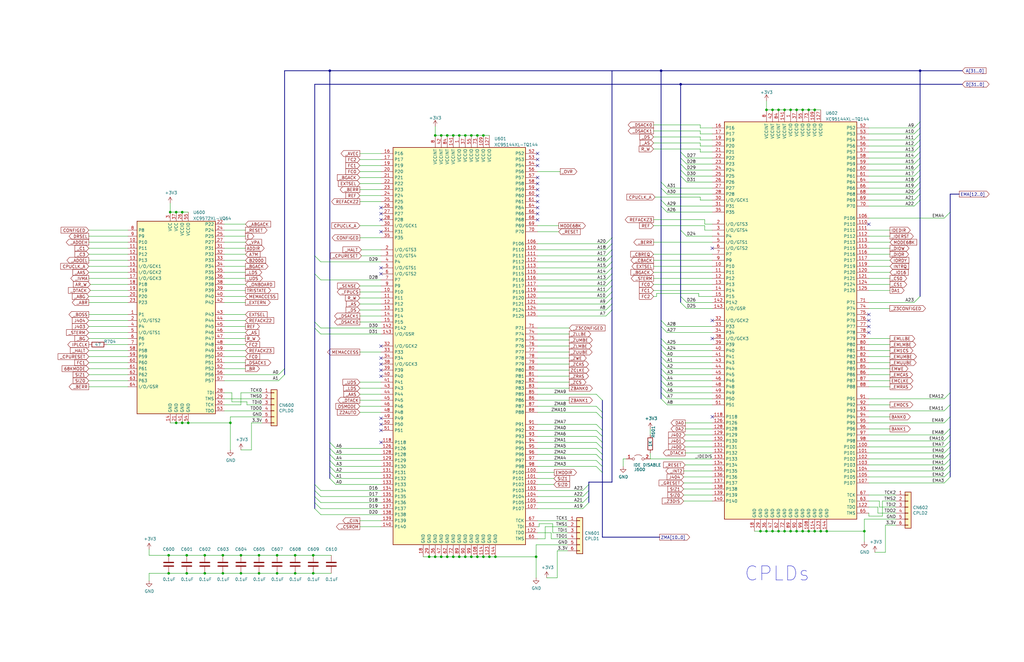
<source format=kicad_sch>
(kicad_sch (version 20211123) (generator eeschema)
  (paper "B")
  (title_block (title "Amiga N2630") (date "2022-05-31") (rev "2.0 QFP"))
  (junction (at 93.98 234.315))
  (junction (at 124.46 234.315))
  (junction (at 364.49 224.155))
  (junction (at 335.915 224.155))
  (junction (at 71.755 89.535))
  (junction (at 226.06 234.95))
  (junction (at 74.295 178.435))
  (junction (at 74.295 89.535))
  (junction (at 109.22 234.315))
  (junction (at 71.12 234.315))
  (junction (at 206.375 234.95))
  (junction (at 132.08 234.315))
  (junction (at 208.915 234.95))
  (junction (at 203.835 57.15))
  (junction (at 139.065 29.845))
  (junction (at 109.22 241.935))
  (junction (at 132.08 241.935))
  (junction (at 191.135 57.15))
  (junction (at 193.675 57.15))
  (junction (at 86.36 234.315))
  (junction (at 196.215 57.15))
  (junction (at 325.755 224.155))
  (junction (at 183.515 57.15))
  (junction (at 191.135 234.95))
  (junction (at 76.835 178.435))
  (junction (at 343.535 46.355))
  (junction (at 330.835 224.155))
  (junction (at 387.985 29.845))
  (junction (at 116.84 234.315))
  (junction (at 188.595 57.15))
  (junction (at 97.155 178.435))
  (junction (at 201.295 57.15))
  (junction (at 180.975 234.95))
  (junction (at 340.995 46.355))
  (junction (at 287.02 35.56))
  (junction (at 78.74 234.315))
  (junction (at 76.835 89.535))
  (junction (at 78.74 241.935))
  (junction (at 124.46 241.935))
  (junction (at 278.765 29.845))
  (junction (at 333.375 224.155))
  (junction (at 101.6 234.315))
  (junction (at 340.995 224.155))
  (junction (at 323.215 46.355))
  (junction (at 325.755 46.355))
  (junction (at 338.455 46.355))
  (junction (at 346.075 224.155))
  (junction (at 186.055 234.95))
  (junction (at 198.755 57.15))
  (junction (at 79.375 178.435))
  (junction (at 196.215 234.95))
  (junction (at 186.055 57.15))
  (junction (at 93.98 241.935))
  (junction (at 328.295 46.355))
  (junction (at 101.6 241.935))
  (junction (at 323.215 224.155))
  (junction (at 328.295 224.155))
  (junction (at 343.535 224.155))
  (junction (at 330.835 46.355))
  (junction (at 116.84 241.935))
  (junction (at 335.915 46.355))
  (junction (at 320.675 224.155))
  (junction (at 338.455 224.155))
  (junction (at 183.515 234.95))
  (junction (at 71.12 241.935))
  (junction (at 86.36 241.935))
  (junction (at 333.375 46.355))
  (junction (at 193.675 234.95))
  (junction (at 203.835 234.95))
  (junction (at 188.595 234.95))
  (junction (at 201.295 234.95))
  (junction (at 348.615 224.155))
  (junction (at 198.755 234.95))
  (no_connect (at 300.355 142.875))
  (no_connect (at 300.355 135.255))
  (no_connect (at 160.655 186.69))
  (no_connect (at 226.695 85.09))
  (no_connect (at 226.695 90.17))
  (no_connect (at 226.695 87.63))
  (no_connect (at 226.695 92.71))
  (no_connect (at 226.695 82.55))
  (no_connect (at 226.695 80.01))
  (no_connect (at 226.695 77.47))
  (no_connect (at 226.695 74.93))
  (no_connect (at 226.695 67.31))
  (no_connect (at 226.695 64.77))
  (no_connect (at 226.695 69.85))
  (no_connect (at 300.355 104.775))
  (no_connect (at 160.655 97.79))
  (no_connect (at 160.655 92.71))
  (no_connect (at 160.655 90.17))
  (no_connect (at 160.655 87.63))
  (no_connect (at 160.655 113.03))
  (no_connect (at 160.655 115.57))
  (no_connect (at 300.355 175.895))
  (no_connect (at 366.395 94.615))
  (no_connect (at 160.655 153.67))
  (no_connect (at 160.655 146.05))
  (no_connect (at 366.395 140.335))
  (no_connect (at 366.395 137.795))
  (no_connect (at 366.395 135.255))
  (no_connect (at 160.655 151.13))
  (no_connect (at 160.655 156.21))
  (no_connect (at 160.655 158.75))
  (no_connect (at 160.655 179.07))
  (no_connect (at 160.655 176.53))
  (no_connect (at 160.655 181.61))
  (no_connect (at 366.395 132.715))
  (bus_entry (at 281.305 137.795) (size -2.54 -2.54))
  (bus_entry (at 398.145 186.055) (size 2.54 -2.54))
  (bus_entry (at 398.018 183.515) (size 2.54 -2.54))
  (bus_entry (at 398.145 188.595) (size 2.54 -2.54))
  (bus_entry (at 398.145 173.355) (size 2.54 -2.54))
  (bus_entry (at 398.145 178.435) (size 2.54 -2.54))
  (bus_entry (at 255.524 107.95) (size 2.54 -2.54))
  (bus_entry (at 385.445 74.295) (size 2.54 -2.54))
  (bus_entry (at 385.445 61.595) (size 2.54 -2.54))
  (bus_entry (at 255.524 133.35) (size 2.54 -2.54))
  (bus_entry (at 385.445 53.975) (size 2.54 -2.54))
  (bus_entry (at 281.305 89.535) (size -2.54 -2.54))
  (bus_entry (at 281.305 79.375) (size -2.54 -2.54))
  (bus_entry (at 385.445 127.635) (size 2.54 -2.54))
  (bus_entry (at 385.445 79.375) (size 2.54 -2.54))
  (bus_entry (at 135.255 209.55) (size -2.54 -2.54))
  (bus_entry (at 289.56 71.755) (size -2.54 -2.54))
  (bus_entry (at 281.305 165.735) (size -2.54 -2.54))
  (bus_entry (at 398.145 201.295) (size 2.54 -2.54))
  (bus_entry (at 398.145 193.675) (size 2.54 -2.54))
  (bus_entry (at 398.145 203.835) (size 2.54 -2.54))
  (bus_entry (at 398.145 92.075) (size 2.54 -2.54))
  (bus_entry (at 398.018 198.755) (size 2.54 -2.54))
  (bus_entry (at 398.145 196.215) (size 2.54 -2.54))
  (bus_entry (at 398.145 191.135) (size 2.54 -2.54))
  (bus_entry (at 135.255 207.01) (size -2.54 -2.54))
  (bus_entry (at 281.305 163.195) (size -2.54 -2.54))
  (bus_entry (at 281.305 150.495) (size -2.54 -2.54))
  (bus_entry (at 281.305 145.415) (size -2.54 -2.54))
  (bus_entry (at 141.605 204.47) (size -2.54 -2.54))
  (bus_entry (at 141.605 196.85) (size -2.54 -2.54))
  (bus_entry (at 141.605 194.31) (size -2.54 -2.54))
  (bus_entry (at 141.605 199.39) (size -2.54 -2.54))
  (bus_entry (at 141.605 201.93) (size -2.54 -2.54))
  (bus_entry (at 141.605 189.23) (size -2.54 -2.54))
  (bus_entry (at 141.605 191.77) (size -2.54 -2.54))
  (bus_entry (at 255.524 118.11) (size 2.54 -2.54))
  (bus_entry (at 255.524 128.27) (size 2.54 -2.54))
  (bus_entry (at 255.524 120.65) (size 2.54 -2.54))
  (bus_entry (at 255.524 123.19) (size 2.54 -2.54))
  (bus_entry (at 255.524 125.73) (size 2.54 -2.54))
  (bus_entry (at 255.524 130.81) (size 2.54 -2.54))
  (bus_entry (at 245.745 207.01) (size 2.54 -2.54))
  (bus_entry (at 245.745 214.63) (size 2.54 -2.54))
  (bus_entry (at 245.745 212.09) (size 2.54 -2.54))
  (bus_entry (at 255.524 115.57) (size 2.54 -2.54))
  (bus_entry (at 255.524 113.03) (size 2.54 -2.54))
  (bus_entry (at 245.745 209.55) (size 2.54 -2.54))
  (bus_entry (at 385.445 84.455) (size 2.54 -2.54))
  (bus_entry (at 289.56 130.175) (size -2.54 -2.54))
  (bus_entry (at 385.445 69.215) (size 2.54 -2.54))
  (bus_entry (at 255.524 110.49) (size 2.54 -2.54))
  (bus_entry (at 385.445 81.915) (size 2.54 -2.54))
  (bus_entry (at 385.445 59.055) (size 2.54 -2.54))
  (bus_entry (at 281.305 170.815) (size -2.54 -2.54))
  (bus_entry (at 289.56 127.635) (size -2.54 -2.54))
  (bus_entry (at 385.445 56.515) (size 2.54 -2.54))
  (bus_entry (at 281.305 155.575) (size -2.54 -2.54))
  (bus_entry (at 135.255 217.17) (size -2.54 -2.54))
  (bus_entry (at 289.56 74.295) (size -2.54 -2.54))
  (bus_entry (at 281.305 168.275) (size -2.54 -2.54))
  (bus_entry (at 281.305 160.655) (size -2.54 -2.54))
  (bus_entry (at 289.56 99.695) (size -2.54 -2.54))
  (bus_entry (at 117.475 158.115) (size 2.54 -2.54))
  (bus_entry (at 255.524 102.87) (size 2.54 -2.54))
  (bus_entry (at 385.445 71.755) (size 2.54 -2.54))
  (bus_entry (at 281.305 158.115) (size -2.54 -2.54))
  (bus_entry (at 398.145 168.275) (size 2.54 -2.54))
  (bus_entry (at 289.56 66.675) (size -2.54 -2.54))
  (bus_entry (at 281.305 147.955) (size -2.54 -2.54))
  (bus_entry (at 385.445 64.135) (size 2.54 -2.54))
  (bus_entry (at 281.305 140.335) (size -2.54 -2.54))
  (bus_entry (at 385.445 86.995) (size 2.54 -2.54))
  (bus_entry (at 289.56 76.835) (size -2.54 -2.54))
  (bus_entry (at 385.445 66.675) (size 2.54 -2.54))
  (bus_entry (at 385.445 76.835) (size 2.54 -2.54))
  (bus_entry (at 255.524 105.41) (size 2.54 -2.54))
  (bus_entry (at 281.305 153.035) (size -2.54 -2.54))
  (bus_entry (at 135.255 212.09) (size -2.54 -2.54))
  (bus_entry (at 289.56 69.215) (size -2.54 -2.54))
  (bus_entry (at 251.46 171.45) (size 2.54 2.54))
  (bus_entry (at 251.46 166.37) (size 2.54 2.54))
  (bus_entry (at 251.46 179.07) (size 2.54 2.54))
  (bus_entry (at 251.46 173.99) (size 2.54 2.54))
  (bus_entry (at 251.46 191.77) (size 2.54 2.54))
  (bus_entry (at 251.46 194.31) (size 2.54 2.54))
  (bus_entry (at 251.46 196.85) (size 2.54 2.54))
  (bus_entry (at 251.46 184.15) (size 2.54 2.54))
  (bus_entry (at 251.46 189.23) (size 2.54 2.54))
  (bus_entry (at 251.46 181.61) (size 2.54 2.54))
  (bus_entry (at 251.46 186.69) (size 2.54 2.54))
  (bus_entry (at 117.475 160.655) (size 2.54 -2.54))
  (bus_entry (at 281.305 86.995) (size -2.54 -2.54))
  (bus_entry (at 281.305 81.915) (size -2.54 -2.54))
  (bus_entry (at 135.255 110.49) (size -2.54 -2.54))
  (bus_entry (at 135.255 118.11) (size -2.54 -2.54))
  (bus_entry (at 135.255 140.97) (size -2.54 -2.54))
  (bus_entry (at 135.255 138.43) (size -2.54 -2.54))
  (bus_entry (at 135.255 214.63) (size -2.54 -2.54))
  (bus (pts (xy 278.765 79.375) (xy 278.765 84.455)))
  (wire (pts (xy 53.975 112.395) (xy 37.465 112.395)))
  (wire (pts (xy 160.655 166.37) (xy 151.765 166.37)))
  (wire (pts (xy 366.395 173.355) (xy 398.145 173.355)))
  (wire (pts (xy 276.225 83.185) (xy 295.275 83.185)))
  (wire (pts (xy 183.515 234.95) (xy 186.055 234.95)))
  (wire (pts (xy 226.06 243.84) (xy 226.06 234.95)))
  (wire (pts (xy 226.06 234.95) (xy 226.06 229.87)))
  (bus (pts (xy 258.064 120.65) (xy 258.064 118.11)))
  (bus (pts (xy 132.715 107.95) (xy 132.715 35.56)))
  (wire (pts (xy 297.18 97.155) (xy 300.355 97.155)))
  (bus (pts (xy 258.064 115.57) (xy 258.064 113.03)))
  (bus (pts (xy 254 181.61) (xy 254 184.15)))
  (wire (pts (xy 203.835 234.95) (xy 206.375 234.95)))
  (wire (pts (xy 366.395 109.855) (xy 375.285 109.855)))
  (wire (pts (xy 288.29 203.835) (xy 300.355 203.835)))
  (wire (pts (xy 103.505 147.955) (xy 94.615 147.955)))
  (wire (pts (xy 297.18 92.71) (xy 297.18 94.615)))
  (wire (pts (xy 180.975 234.95) (xy 183.515 234.95)))
  (wire (pts (xy 101.6 241.935) (xy 93.98 241.935)))
  (wire (pts (xy 239.395 222.25) (xy 229.87 222.25)))
  (bus (pts (xy 248.285 212.09) (xy 248.285 209.55)))
  (wire (pts (xy 300.355 165.735) (xy 281.305 165.735)))
  (bus (pts (xy 287.02 125.095) (xy 287.02 127.635)))
  (wire (pts (xy 289.56 127.635) (xy 300.355 127.635)))
  (wire (pts (xy 300.355 160.655) (xy 281.305 160.655)))
  (wire (pts (xy 53.975 109.855) (xy 37.465 109.855)))
  (wire (pts (xy 103.505 135.255) (xy 94.615 135.255)))
  (wire (pts (xy 188.595 234.95) (xy 191.135 234.95)))
  (wire (pts (xy 151.765 222.25) (xy 160.655 222.25)))
  (wire (pts (xy 366.395 170.815) (xy 375.285 170.815)))
  (wire (pts (xy 372.11 217.805) (xy 366.395 217.805)))
  (wire (pts (xy 104.14 170.815) (xy 110.49 170.815)))
  (wire (pts (xy 366.395 120.015) (xy 375.285 120.015)))
  (wire (pts (xy 135.255 214.63) (xy 160.655 214.63)))
  (wire (pts (xy 320.675 224.155) (xy 318.135 224.155)))
  (wire (pts (xy 295.275 52.705) (xy 275.59 52.705)))
  (bus (pts (xy 139.065 194.31) (xy 139.065 196.85)))
  (wire (pts (xy 328.295 46.355) (xy 325.755 46.355)))
  (wire (pts (xy 385.445 71.755) (xy 366.395 71.755)))
  (wire (pts (xy 274.193 193.675) (xy 300.355 193.675)))
  (wire (pts (xy 281.305 150.495) (xy 300.355 150.495)))
  (wire (pts (xy 255.524 110.49) (xy 226.695 110.49)))
  (wire (pts (xy 245.745 214.63) (xy 226.695 214.63)))
  (wire (pts (xy 262.763 193.675) (xy 262.763 196.85)))
  (wire (pts (xy 364.49 224.155) (xy 364.49 219.075)))
  (wire (pts (xy 385.445 84.455) (xy 366.395 84.455)))
  (bus (pts (xy 132.715 212.09) (xy 132.715 214.63)))
  (wire (pts (xy 97.155 178.435) (xy 97.155 175.895)))
  (wire (pts (xy 53.975 122.555) (xy 38.1 122.555)))
  (wire (pts (xy 295.275 60.325) (xy 295.275 61.595)))
  (bus (pts (xy 248.285 209.55) (xy 248.285 207.01)))
  (wire (pts (xy 297.18 95.25) (xy 297.18 97.155)))
  (wire (pts (xy 71.755 85.725) (xy 71.755 89.535)))
  (wire (pts (xy 103.505 102.235) (xy 94.615 102.235)))
  (wire (pts (xy 135.255 207.01) (xy 160.655 207.01)))
  (wire (pts (xy 300.355 107.315) (xy 275.59 107.315)))
  (wire (pts (xy 226.695 140.97) (xy 240.03 140.97)))
  (wire (pts (xy 103.505 155.575) (xy 94.615 155.575)))
  (bus (pts (xy 132.715 138.557) (xy 132.715 204.47)))
  (wire (pts (xy 226.695 189.23) (xy 251.46 189.23)))
  (wire (pts (xy 191.135 57.15) (xy 188.595 57.15)))
  (wire (pts (xy 53.975 125.095) (xy 37.465 125.095)))
  (wire (pts (xy 335.915 46.355) (xy 333.375 46.355)))
  (wire (pts (xy 300.355 208.915) (xy 288.29 208.915)))
  (wire (pts (xy 94.615 94.615) (xy 103.505 94.615)))
  (wire (pts (xy 385.445 127.635) (xy 366.395 127.635)))
  (wire (pts (xy 226.695 219.71) (xy 239.395 219.71)))
  (bus (pts (xy 258.064 102.87) (xy 258.064 100.33)))
  (wire (pts (xy 281.305 147.955) (xy 300.355 147.955)))
  (wire (pts (xy 226.695 97.79) (xy 235.585 97.79)))
  (wire (pts (xy 37.465 158.115) (xy 53.975 158.115)))
  (wire (pts (xy 281.305 89.535) (xy 300.355 89.535)))
  (wire (pts (xy 281.305 81.915) (xy 300.355 81.915)))
  (bus (pts (xy 254 191.77) (xy 254 194.31)))
  (wire (pts (xy 289.56 99.695) (xy 300.355 99.695)))
  (bus (pts (xy 400.685 191.135) (xy 400.685 188.595)))
  (wire (pts (xy 226.695 194.31) (xy 251.46 194.31)))
  (wire (pts (xy 160.655 74.93) (xy 151.765 74.93)))
  (wire (pts (xy 103.505 122.555) (xy 94.615 122.555)))
  (wire (pts (xy 226.695 191.77) (xy 251.46 191.77)))
  (bus (pts (xy 258.064 118.11) (xy 258.064 115.57)))
  (bus (pts (xy 254 199.39) (xy 254 226.695)))
  (wire (pts (xy 300.355 186.055) (xy 288.925 186.055)))
  (wire (pts (xy 94.615 120.015) (xy 103.505 120.015)))
  (wire (pts (xy 94.615 158.115) (xy 117.475 158.115)))
  (wire (pts (xy 300.355 112.395) (xy 275.59 112.395)))
  (wire (pts (xy 289.56 74.295) (xy 300.355 74.295)))
  (wire (pts (xy 206.375 234.95) (xy 208.915 234.95)))
  (wire (pts (xy 366.395 175.895) (xy 375.285 175.895)))
  (wire (pts (xy 274.193 183.515) (xy 274.193 180.975)))
  (wire (pts (xy 196.215 234.95) (xy 198.755 234.95)))
  (wire (pts (xy 160.655 64.77) (xy 151.765 64.77)))
  (bus (pts (xy 387.985 64.135) (xy 387.985 66.675)))
  (bus (pts (xy 254 189.23) (xy 254 191.77)))
  (wire (pts (xy 300.355 125.095) (xy 294.64 125.095)))
  (wire (pts (xy 160.655 77.47) (xy 151.765 77.47)))
  (wire (pts (xy 300.355 170.815) (xy 281.305 170.815)))
  (wire (pts (xy 274.193 191.135) (xy 274.193 193.675)))
  (wire (pts (xy 141.605 196.85) (xy 160.655 196.85)))
  (wire (pts (xy 289.56 76.835) (xy 300.355 76.835)))
  (wire (pts (xy 94.615 109.855) (xy 103.505 109.855)))
  (wire (pts (xy 385.445 53.975) (xy 366.395 53.975)))
  (wire (pts (xy 160.655 173.99) (xy 151.765 173.99)))
  (wire (pts (xy 325.755 46.355) (xy 323.215 46.355)))
  (wire (pts (xy 196.215 57.15) (xy 193.675 57.15)))
  (wire (pts (xy 53.975 117.475) (xy 37.465 117.475)))
  (bus (pts (xy 400.685 175.895) (xy 400.685 170.815)))
  (bus (pts (xy 387.985 61.595) (xy 387.985 64.135)))
  (wire (pts (xy 366.395 145.415) (xy 375.285 145.415)))
  (wire (pts (xy 93.98 241.935) (xy 86.36 241.935)))
  (wire (pts (xy 300.355 183.515) (xy 288.925 183.515)))
  (wire (pts (xy 103.505 150.495) (xy 94.615 150.495)))
  (wire (pts (xy 37.465 147.955) (xy 53.975 147.955)))
  (wire (pts (xy 226.695 199.39) (xy 233.68 199.39)))
  (wire (pts (xy 124.46 241.935) (xy 132.08 241.935)))
  (wire (pts (xy 340.995 224.155) (xy 338.455 224.155)))
  (wire (pts (xy 37.465 132.715) (xy 53.975 132.715)))
  (wire (pts (xy 37.465 140.335) (xy 53.975 140.335)))
  (bus (pts (xy 400.685 89.535) (xy 400.685 81.915)))
  (wire (pts (xy 151.765 123.19) (xy 160.655 123.19)))
  (wire (pts (xy 53.975 137.795) (xy 37.465 137.795)))
  (bus (pts (xy 254 194.31) (xy 254 196.85)))
  (wire (pts (xy 226.695 95.25) (xy 235.585 95.25)))
  (wire (pts (xy 37.465 104.775) (xy 53.975 104.775)))
  (wire (pts (xy 300.355 163.195) (xy 281.305 163.195)))
  (wire (pts (xy 281.305 86.995) (xy 300.355 86.995)))
  (bus (pts (xy 248.285 203.454) (xy 258.064 203.454)))
  (wire (pts (xy 208.915 234.95) (xy 226.06 234.95)))
  (bus (pts (xy 278.765 158.115) (xy 278.765 160.655)))
  (wire (pts (xy 135.255 217.17) (xy 160.655 217.17)))
  (wire (pts (xy 191.135 234.95) (xy 193.675 234.95)))
  (bus (pts (xy 258.064 113.03) (xy 258.064 110.49)))
  (wire (pts (xy 366.395 178.435) (xy 398.145 178.435)))
  (bus (pts (xy 278.765 153.035) (xy 278.765 155.575)))
  (wire (pts (xy 385.445 69.215) (xy 366.395 69.215)))
  (bus (pts (xy 120.015 29.845) (xy 139.065 29.845)))
  (bus (pts (xy 287.02 35.56) (xy 287.02 64.135)))
  (wire (pts (xy 160.655 163.83) (xy 151.765 163.83)))
  (wire (pts (xy 375.285 122.555) (xy 366.395 122.555)))
  (bus (pts (xy 278.765 160.655) (xy 278.765 163.195)))
  (bus (pts (xy 254 176.53) (xy 254 181.61)))
  (bus (pts (xy 258.064 128.27) (xy 258.064 130.81)))
  (wire (pts (xy 151.765 125.73) (xy 160.655 125.73)))
  (wire (pts (xy 76.835 178.435) (xy 79.375 178.435)))
  (wire (pts (xy 226.695 148.59) (xy 240.03 148.59)))
  (wire (pts (xy 234.95 243.84) (xy 230.505 243.84)))
  (wire (pts (xy 103.505 140.335) (xy 94.615 140.335)))
  (wire (pts (xy 255.524 102.87) (xy 226.695 102.87)))
  (wire (pts (xy 109.22 241.935) (xy 101.6 241.935)))
  (wire (pts (xy 141.605 191.77) (xy 160.655 191.77)))
  (wire (pts (xy 193.675 234.95) (xy 196.215 234.95)))
  (wire (pts (xy 79.375 178.435) (xy 97.155 178.435)))
  (wire (pts (xy 372.11 211.455) (xy 372.11 217.805)))
  (bus (pts (xy 387.985 66.675) (xy 387.985 69.215)))
  (bus (pts (xy 400.685 81.915) (xy 404.495 81.915)))
  (wire (pts (xy 366.395 163.195) (xy 375.285 163.195)))
  (wire (pts (xy 103.505 145.415) (xy 94.615 145.415)))
  (wire (pts (xy 300.355 117.475) (xy 275.59 117.475)))
  (wire (pts (xy 264.033 193.675) (xy 262.763 193.675)))
  (wire (pts (xy 226.695 72.39) (xy 236.22 72.39)))
  (bus (pts (xy 278.765 145.415) (xy 278.765 147.955)))
  (bus (pts (xy 287.02 74.295) (xy 287.02 97.155)))
  (bus (pts (xy 278.765 29.845) (xy 387.985 29.845)))
  (bus (pts (xy 278.765 165.735) (xy 278.765 168.275)))
  (bus (pts (xy 400.685 193.675) (xy 400.685 191.135)))
  (wire (pts (xy 135.255 138.43) (xy 160.655 138.43)))
  (wire (pts (xy 109.22 234.315) (xy 116.84 234.315)))
  (wire (pts (xy 151.765 120.65) (xy 160.655 120.65)))
  (wire (pts (xy 160.655 107.95) (xy 152.4 107.95)))
  (bus (pts (xy 287.02 64.135) (xy 287.02 66.675)))
  (bus (pts (xy 258.064 130.81) (xy 258.064 203.454)))
  (wire (pts (xy 366.395 183.515) (xy 398.018 183.515)))
  (wire (pts (xy 141.605 189.23) (xy 160.655 189.23)))
  (wire (pts (xy 333.375 46.355) (xy 330.835 46.355)))
  (wire (pts (xy 226.695 158.75) (xy 240.03 158.75)))
  (wire (pts (xy 300.355 114.935) (xy 275.59 114.935)))
  (wire (pts (xy 160.655 95.25) (xy 151.765 95.25)))
  (wire (pts (xy 229.87 222.25) (xy 229.87 227.33)))
  (wire (pts (xy 233.045 220.98) (xy 227.33 220.98)))
  (bus (pts (xy 400.685 89.535) (xy 400.685 165.735)))
  (wire (pts (xy 116.84 241.935) (xy 124.46 241.935)))
  (wire (pts (xy 135.255 110.49) (xy 160.655 110.49)))
  (wire (pts (xy 53.975 107.315) (xy 37.465 107.315)))
  (wire (pts (xy 300.355 120.015) (xy 275.59 120.015)))
  (wire (pts (xy 86.36 234.315) (xy 78.74 234.315)))
  (bus (pts (xy 387.985 29.845) (xy 405.765 29.845)))
  (wire (pts (xy 103.505 112.395) (xy 94.615 112.395)))
  (wire (pts (xy 97.155 189.865) (xy 97.155 178.435)))
  (wire (pts (xy 151.765 130.81) (xy 160.655 130.81)))
  (wire (pts (xy 232.41 227.33) (xy 239.395 227.33)))
  (wire (pts (xy 275.59 60.325) (xy 295.275 60.325)))
  (wire (pts (xy 338.455 224.155) (xy 335.915 224.155)))
  (wire (pts (xy 101.6 165.735) (xy 101.6 170.815)))
  (wire (pts (xy 370.84 213.995) (xy 377.825 213.995)))
  (wire (pts (xy 97.79 165.735) (xy 97.79 169.545)))
  (wire (pts (xy 300.355 84.455) (xy 295.275 84.455)))
  (wire (pts (xy 198.755 57.15) (xy 196.215 57.15)))
  (wire (pts (xy 226.695 179.07) (xy 251.46 179.07)))
  (wire (pts (xy 201.295 57.15) (xy 198.755 57.15)))
  (wire (pts (xy 276.86 125.095) (xy 275.59 125.095)))
  (wire (pts (xy 109.22 241.935) (xy 116.84 241.935)))
  (wire (pts (xy 297.18 94.615) (xy 300.355 94.615)))
  (wire (pts (xy 348.615 224.155) (xy 364.49 224.155)))
  (wire (pts (xy 71.12 234.315) (xy 62.865 234.315)))
  (bus (pts (xy 139.065 191.77) (xy 139.065 194.31)))
  (wire (pts (xy 385.445 86.995) (xy 366.395 86.995)))
  (wire (pts (xy 198.755 234.95) (xy 201.295 234.95)))
  (wire (pts (xy 255.524 133.35) (xy 226.695 133.35)))
  (bus (pts (xy 400.685 188.595) (xy 400.685 186.055)))
  (bus (pts (xy 258.064 100.33) (xy 258.064 29.972)))
  (bus (pts (xy 387.985 56.515) (xy 387.985 59.055)))
  (bus (pts (xy 139.065 186.69) (xy 139.065 189.23)))
  (wire (pts (xy 124.46 234.315) (xy 132.08 234.315)))
  (wire (pts (xy 294.64 123.825) (xy 276.86 123.825)))
  (wire (pts (xy 141.605 199.39) (xy 160.655 199.39)))
  (wire (pts (xy 71.12 241.935) (xy 62.865 241.935)))
  (wire (pts (xy 370.205 213.995) (xy 370.205 216.535)))
  (wire (pts (xy 366.395 168.275) (xy 398.145 168.275)))
  (wire (pts (xy 203.835 57.15) (xy 201.295 57.15)))
  (wire (pts (xy 53.975 99.695) (xy 37.465 99.695)))
  (wire (pts (xy 233.045 224.79) (xy 233.045 220.98)))
  (bus (pts (xy 400.685 183.515) (xy 400.685 175.895)))
  (wire (pts (xy 366.395 112.395) (xy 375.285 112.395)))
  (wire (pts (xy 37.465 153.035) (xy 53.975 153.035)))
  (bus (pts (xy 278.765 163.195) (xy 278.765 165.735)))
  (wire (pts (xy 226.695 184.15) (xy 251.46 184.15)))
  (wire (pts (xy 366.395 203.835) (xy 398.145 203.835)))
  (wire (pts (xy 366.395 114.935) (xy 375.285 114.935)))
  (wire (pts (xy 385.445 64.135) (xy 366.395 64.135)))
  (wire (pts (xy 186.055 234.95) (xy 188.595 234.95)))
  (wire (pts (xy 323.215 224.155) (xy 320.675 224.155)))
  (wire (pts (xy 288.29 198.755) (xy 300.355 198.755)))
  (wire (pts (xy 226.695 146.05) (xy 240.03 146.05)))
  (wire (pts (xy 300.355 191.135) (xy 288.925 191.135)))
  (wire (pts (xy 377.825 221.615) (xy 373.38 221.615)))
  (bus (pts (xy 278.765 137.795) (xy 278.765 142.875)))
  (wire (pts (xy 366.395 142.875) (xy 375.285 142.875)))
  (wire (pts (xy 255.524 130.81) (xy 226.695 130.81)))
  (bus (pts (xy 258.064 107.95) (xy 258.064 105.41)))
  (wire (pts (xy 385.445 56.515) (xy 366.395 56.515)))
  (wire (pts (xy 323.215 42.545) (xy 323.215 46.355)))
  (wire (pts (xy 103.505 137.795) (xy 94.615 137.795)))
  (wire (pts (xy 117.475 160.655) (xy 94.615 160.655)))
  (wire (pts (xy 132.08 234.315) (xy 139.7 234.315)))
  (wire (pts (xy 160.655 161.29) (xy 151.765 161.29)))
  (wire (pts (xy 300.355 56.515) (xy 295.275 56.515)))
  (bus (pts (xy 132.715 115.57) (xy 132.715 107.95)))
  (wire (pts (xy 226.695 204.47) (xy 233.553 204.47)))
  (wire (pts (xy 53.975 127.635) (xy 37.465 127.635)))
  (bus (pts (xy 387.985 81.915) (xy 387.985 84.455)))
  (wire (pts (xy 288.925 196.215) (xy 300.355 196.215)))
  (wire (pts (xy 295.275 55.245) (xy 275.59 55.245)))
  (wire (pts (xy 97.79 169.545) (xy 104.14 169.545)))
  (bus (pts (xy 400.685 186.055) (xy 400.685 183.515)))
  (wire (pts (xy 132.08 241.935) (xy 139.7 241.935)))
  (wire (pts (xy 295.275 64.135) (xy 295.275 62.865)))
  (bus (pts (xy 400.685 201.295) (xy 400.685 198.755)))
  (wire (pts (xy 366.395 117.475) (xy 375.285 117.475)))
  (wire (pts (xy 288.925 180.975) (xy 300.355 180.975)))
  (wire (pts (xy 366.395 211.455) (xy 370.84 211.455)))
  (wire (pts (xy 226.695 156.21) (xy 240.03 156.21)))
  (wire (pts (xy 53.975 120.015) (xy 38.1 120.015)))
  (wire (pts (xy 370.205 216.535) (xy 377.825 216.535)))
  (wire (pts (xy 226.695 161.29) (xy 240.03 161.29)))
  (wire (pts (xy 364.49 219.075) (xy 377.825 219.075)))
  (wire (pts (xy 255.524 105.41) (xy 226.695 105.41)))
  (wire (pts (xy 295.275 56.515) (xy 295.275 55.245)))
  (wire (pts (xy 93.98 234.315) (xy 86.36 234.315)))
  (wire (pts (xy 276.86 123.825) (xy 276.86 125.095)))
  (wire (pts (xy 281.305 153.035) (xy 300.355 153.035)))
  (wire (pts (xy 373.38 233.045) (xy 368.935 233.045)))
  (bus (pts (xy 132.715 135.89) (xy 132.715 115.57)))
  (wire (pts (xy 275.59 102.235) (xy 300.355 102.235)))
  (wire (pts (xy 227.33 222.25) (xy 226.695 222.25)))
  (wire (pts (xy 275.59 62.865) (xy 295.275 62.865)))
  (wire (pts (xy 151.765 67.31) (xy 160.655 67.31)))
  (bus (pts (xy 254 184.15) (xy 254 186.69)))
  (wire (pts (xy 366.395 198.755) (xy 398.018 198.755)))
  (wire (pts (xy 366.395 104.775) (xy 375.285 104.775)))
  (wire (pts (xy 160.655 80.01) (xy 151.765 80.01)))
  (wire (pts (xy 255.524 113.03) (xy 226.695 113.03)))
  (wire (pts (xy 366.395 150.495) (xy 375.285 150.495)))
  (bus (pts (xy 287.02 35.56) (xy 405.765 35.56)))
  (wire (pts (xy 288.29 206.375) (xy 300.355 206.375)))
  (wire (pts (xy 160.655 171.45) (xy 151.765 171.45)))
  (wire (pts (xy 151.765 128.27) (xy 160.655 128.27)))
  (wire (pts (xy 206.375 57.15) (xy 203.835 57.15)))
  (wire (pts (xy 160.655 85.09) (xy 151.765 85.09)))
  (bus (pts (xy 287.02 71.755) (xy 287.02 74.295)))
  (wire (pts (xy 255.524 115.57) (xy 226.695 115.57)))
  (wire (pts (xy 160.655 168.91) (xy 151.765 168.91)))
  (wire (pts (xy 37.465 150.495) (xy 53.975 150.495)))
  (wire (pts (xy 385.445 79.375) (xy 366.395 79.375)))
  (wire (pts (xy 37.465 160.655) (xy 53.975 160.655)))
  (wire (pts (xy 328.295 224.155) (xy 325.755 224.155)))
  (wire (pts (xy 366.395 153.035) (xy 375.285 153.035)))
  (wire (pts (xy 245.745 212.09) (xy 226.695 212.09)))
  (wire (pts (xy 53.975 135.255) (xy 37.465 135.255)))
  (wire (pts (xy 275.59 57.785) (xy 295.275 57.785)))
  (wire (pts (xy 160.655 72.39) (xy 151.765 72.39)))
  (wire (pts (xy 226.695 171.45) (xy 251.46 171.45)))
  (wire (pts (xy 294.64 125.095) (xy 294.64 123.825)))
  (wire (pts (xy 45.085 145.415) (xy 53.975 145.415)))
  (wire (pts (xy 226.695 151.13) (xy 240.03 151.13)))
  (wire (pts (xy 103.505 125.095) (xy 94.615 125.095)))
  (bus (pts (xy 400.685 170.815) (xy 400.685 165.735)))
  (bus (pts (xy 139.065 199.39) (xy 139.065 201.93)))
  (wire (pts (xy 364.49 228.6) (xy 364.49 224.155)))
  (wire (pts (xy 103.505 127.635) (xy 94.615 127.635)))
  (wire (pts (xy 103.505 142.875) (xy 94.615 142.875)))
  (wire (pts (xy 377.825 211.455) (xy 372.11 211.455)))
  (bus (pts (xy 278.765 147.955) (xy 278.765 150.495)))
  (wire (pts (xy 94.615 97.155) (xy 103.505 97.155)))
  (bus (pts (xy 387.985 79.375) (xy 387.985 81.915)))
  (bus (pts (xy 120.015 158.115) (xy 120.015 155.575)))
  (bus (pts (xy 387.985 53.975) (xy 387.985 56.515)))
  (wire (pts (xy 226.695 181.61) (xy 251.46 181.61)))
  (wire (pts (xy 110.49 168.275) (xy 94.615 168.275)))
  (bus (pts (xy 132.715 35.56) (xy 287.02 35.56)))
  (wire (pts (xy 366.395 213.995) (xy 370.205 213.995)))
  (bus (pts (xy 254 226.695) (xy 278.13 226.695)))
  (bus (pts (xy 258.064 105.41) (xy 258.064 102.87)))
  (bus (pts (xy 120.015 155.575) (xy 120.015 29.845)))
  (wire (pts (xy 110.49 173.355) (xy 94.615 173.355)))
  (wire (pts (xy 160.655 204.47) (xy 141.605 204.47)))
  (wire (pts (xy 295.275 53.975) (xy 295.275 52.705)))
  (bus (pts (xy 139.065 196.85) (xy 139.065 199.39)))
  (bus (pts (xy 387.985 74.295) (xy 387.985 76.835)))
  (bus (pts (xy 387.985 69.215) (xy 387.985 71.755)))
  (wire (pts (xy 366.395 158.115) (xy 375.285 158.115)))
  (wire (pts (xy 289.56 71.755) (xy 300.355 71.755)))
  (wire (pts (xy 109.22 234.315) (xy 101.6 234.315)))
  (wire (pts (xy 330.835 224.155) (xy 328.295 224.155)))
  (bus (pts (xy 387.985 51.435) (xy 387.985 53.975)))
  (wire (pts (xy 385.445 76.835) (xy 366.395 76.835)))
  (wire (pts (xy 37.465 155.575) (xy 53.975 155.575)))
  (wire (pts (xy 79.375 89.535) (xy 76.835 89.535)))
  (bus (pts (xy 132.715 138.43) (xy 132.715 135.89)))
  (wire (pts (xy 366.395 193.675) (xy 398.145 193.675)))
  (bus (pts (xy 258.064 123.19) (xy 258.064 120.65)))
  (wire (pts (xy 346.075 46.355) (xy 343.535 46.355)))
  (wire (pts (xy 74.295 178.435) (xy 76.835 178.435)))
  (wire (pts (xy 86.36 241.935) (xy 78.74 241.935)))
  (wire (pts (xy 106.045 189.865) (xy 101.6 189.865)))
  (bus (pts (xy 278.765 84.455) (xy 278.765 86.995)))
  (bus (pts (xy 278.765 155.575) (xy 278.765 158.115)))
  (bus (pts (xy 248.285 207.01) (xy 248.285 204.47)))
  (wire (pts (xy 289.56 66.675) (xy 300.355 66.675)))
  (wire (pts (xy 385.445 74.295) (xy 366.395 74.295)))
  (wire (pts (xy 74.295 89.535) (xy 71.755 89.535)))
  (wire (pts (xy 106.045 178.435) (xy 106.045 189.865)))
  (wire (pts (xy 135.255 209.55) (xy 160.655 209.55)))
  (bus (pts (xy 278.765 135.255) (xy 278.765 137.795)))
  (wire (pts (xy 101.6 170.815) (xy 94.615 170.815)))
  (wire (pts (xy 239.395 224.79) (xy 233.045 224.79)))
  (wire (pts (xy 300.355 158.115) (xy 281.305 158.115)))
  (wire (pts (xy 141.605 194.31) (xy 160.655 194.31)))
  (wire (pts (xy 78.74 234.315) (xy 71.12 234.315)))
  (wire (pts (xy 289.56 69.215) (xy 300.355 69.215)))
  (wire (pts (xy 183.515 53.34) (xy 183.515 57.15)))
  (wire (pts (xy 375.285 99.695) (xy 366.395 99.695)))
  (bus (pts (xy 278.765 76.835) (xy 278.765 79.375)))
  (bus (pts (xy 387.985 71.755) (xy 387.985 74.295)))
  (wire (pts (xy 232.41 224.79) (xy 232.41 227.33)))
  (wire (pts (xy 366.395 208.915) (xy 377.825 208.915)))
  (wire (pts (xy 135.255 140.97) (xy 160.655 140.97)))
  (wire (pts (xy 255.524 107.95) (xy 226.695 107.95)))
  (wire (pts (xy 94.615 132.715) (xy 103.505 132.715)))
  (wire (pts (xy 288.29 201.295) (xy 300.355 201.295)))
  (wire (pts (xy 366.395 107.315) (xy 375.285 107.315)))
  (wire (pts (xy 141.605 201.93) (xy 160.655 201.93)))
  (wire (pts (xy 152.4 105.41) (xy 160.655 105.41)))
  (wire (pts (xy 78.74 241.935) (xy 71.12 241.935)))
  (wire (pts (xy 193.675 57.15) (xy 191.135 57.15)))
  (bus (pts (xy 387.985 76.835) (xy 387.985 79.375)))
  (bus (pts (xy 132.715 207.01) (xy 132.715 209.55)))
  (wire (pts (xy 300.355 64.135) (xy 295.275 64.135)))
  (wire (pts (xy 300.355 53.975) (xy 295.275 53.975)))
  (wire (pts (xy 295.275 57.785) (xy 295.275 59.055)))
  (wire (pts (xy 300.355 109.855) (xy 275.59 109.855)))
  (wire (pts (xy 227.33 220.98) (xy 227.33 222.25)))
  (wire (pts (xy 151.765 69.85) (xy 160.655 69.85)))
  (wire (pts (xy 151.765 133.35) (xy 160.655 133.35)))
  (wire (pts (xy 370.84 211.455) (xy 370.84 213.995)))
  (wire (pts (xy 281.305 137.795) (xy 300.355 137.795)))
  (bus (pts (xy 254 168.91) (xy 254 173.99)))
  (wire (pts (xy 325.755 224.155) (xy 323.215 224.155)))
  (bus (pts (xy 278.765 29.845) (xy 278.765 76.835)))
  (wire (pts (xy 275.59 95.25) (xy 297.18 95.25)))
  (wire (pts (xy 343.535 46.355) (xy 340.995 46.355)))
  (wire (pts (xy 385.445 61.595) (xy 366.395 61.595)))
  (wire (pts (xy 366.395 180.975) (xy 375.285 180.975)))
  (bus (pts (xy 258.064 128.27) (xy 258.064 125.73)))
  (wire (pts (xy 330.835 46.355) (xy 328.295 46.355)))
  (bus (pts (xy 387.985 59.055) (xy 387.985 61.595)))
  (wire (pts (xy 338.455 46.355) (xy 335.915 46.355)))
  (wire (pts (xy 226.06 229.87) (xy 239.395 229.87)))
  (wire (pts (xy 53.975 114.935) (xy 37.465 114.935)))
  (wire (pts (xy 300.355 188.595) (xy 288.925 188.595)))
  (wire (pts (xy 288.925 178.435) (xy 300.355 178.435)))
  (wire (pts (xy 62.865 234.315) (xy 62.865 231.775)))
  (wire (pts (xy 97.155 175.895) (xy 110.49 175.895)))
  (bus (pts (xy 132.715 204.47) (xy 132.715 207.01)))
  (wire (pts (xy 186.055 57.15) (xy 183.515 57.15)))
  (bus (pts (xy 254 173.99) (xy 254 176.53)))
  (wire (pts (xy 245.745 207.01) (xy 226.695 207.01)))
  (wire (pts (xy 275.59 92.71) (xy 297.18 92.71)))
  (wire (pts (xy 53.975 102.235) (xy 37.465 102.235)))
  (wire (pts (xy 226.695 224.79) (xy 232.41 224.79)))
  (wire (pts (xy 239.395 232.41) (xy 234.95 232.41)))
  (wire (pts (xy 103.505 153.035) (xy 94.615 153.035)))
  (wire (pts (xy 366.395 196.215) (xy 398.145 196.215)))
  (wire (pts (xy 348.615 224.155) (xy 346.075 224.155)))
  (wire (pts (xy 226.695 186.69) (xy 251.46 186.69)))
  (wire (pts (xy 226.695 196.85) (xy 251.46 196.85)))
  (bus (pts (xy 258.064 125.73) (xy 258.064 123.19)))
  (bus (pts (xy 278.765 150.495) (xy 278.765 153.035)))
  (wire (pts (xy 288.29 211.455) (xy 300.355 211.455)))
  (wire (pts (xy 234.95 232.41) (xy 234.95 243.84)))
  (wire (pts (xy 366.395 217.805) (xy 366.395 216.535)))
  (wire (pts (xy 333.375 224.155) (xy 330.835 224.155)))
  (wire (pts (xy 101.6 234.315) (xy 93.98 234.315)))
  (wire (pts (xy 103.505 117.475) (xy 94.615 117.475)))
  (bus (pts (xy 139.065 189.23) (xy 139.065 191.77)))
  (wire (pts (xy 366.395 147.955) (xy 375.285 147.955)))
  (wire (pts (xy 373.38 221.615) (xy 373.38 233.045)))
  (bus (pts (xy 254 186.69) (xy 254 189.23)))
  (wire (pts (xy 94.615 99.695) (xy 103.505 99.695)))
  (wire (pts (xy 340.995 46.355) (xy 338.455 46.355)))
  (wire (pts (xy 160.655 82.55) (xy 151.765 82.55)))
  (wire (pts (xy 226.695 163.83) (xy 240.03 163.83)))
  (bus (pts (xy 287.02 69.215) (xy 287.02 71.755)))
  (wire (pts (xy 104.14 169.545) (xy 104.14 170.815)))
  (wire (pts (xy 295.275 84.455) (xy 295.275 83.185)))
  (wire (pts (xy 255.524 123.19) (xy 226.695 123.19)))
  (wire (pts (xy 300.355 168.275) (xy 281.305 168.275)))
  (wire (pts (xy 281.305 79.375) (xy 300.355 79.375)))
  (wire (pts (xy 53.975 97.155) (xy 37.465 97.155)))
  (bus (pts (xy 278.765 142.875) (xy 278.765 145.415)))
  (wire (pts (xy 343.535 224.155) (xy 340.995 224.155)))
  (wire (pts (xy 366.395 160.655) (xy 375.285 160.655)))
  (bus (pts (xy 139.065 29.845) (xy 278.765 29.845)))
  (wire (pts (xy 226.695 138.43) (xy 240.03 138.43)))
  (wire (pts (xy 366.395 102.235) (xy 375.285 102.235)))
  (wire (pts (xy 245.745 209.55) (xy 226.695 209.55)))
  (wire (pts (xy 94.615 104.775) (xy 103.505 104.775)))
  (bus (pts (xy 387.985 84.455) (xy 387.985 125.095)))
  (wire (pts (xy 226.695 201.93) (xy 233.553 201.93)))
  (wire (pts (xy 37.465 163.195) (xy 53.975 163.195)))
  (wire (pts (xy 76.835 89.535) (xy 74.295 89.535)))
  (wire (pts (xy 281.305 155.575) (xy 300.355 155.575)))
  (bus (pts (xy 139.065 29.845) (xy 139.065 186.69)))
  (wire (pts (xy 385.445 81.915) (xy 366.395 81.915)))
  (wire (pts (xy 366.395 130.175) (xy 375.158 130.175)))
  (wire (pts (xy 229.87 227.33) (xy 226.695 227.33)))
  (wire (pts (xy 226.695 173.99) (xy 251.46 173.99)))
  (wire (pts (xy 116.84 234.315) (xy 124.46 234.315)))
  (wire (pts (xy 275.59 122.555) (xy 300.355 122.555)))
  (wire (pts (xy 255.524 118.11) (xy 226.695 118.11)))
  (wire (pts (xy 110.49 165.735) (xy 101.6 165.735)))
  (wire (pts (xy 255.524 120.65) (xy 226.695 120.65)))
  (wire (pts (xy 366.395 201.295) (xy 398.145 201.295)))
  (bus (pts (xy 387.985 29.845) (xy 387.985 51.435)))
  (wire (pts (xy 335.915 224.155) (xy 333.375 224.155)))
  (wire (pts (xy 295.275 61.595) (xy 300.355 61.595)))
  (wire (pts (xy 94.615 107.315) (xy 103.505 107.315)))
  (wire (pts (xy 160.655 148.59) (xy 151.765 148.59)))
  (wire (pts (xy 94.615 165.735) (xy 97.79 165.735)))
  (wire (pts (xy 295.275 59.055) (xy 300.355 59.055)))
  (wire (pts (xy 385.445 66.675) (xy 366.395 66.675)))
  (wire (pts (xy 226.695 166.37) (xy 251.46 166.37)))
  (wire (pts (xy 160.655 219.71) (xy 151.765 219.71)))
  (wire (pts (xy 366.395 155.575) (xy 375.285 155.575)))
  (wire (pts (xy 188.595 57.15) (xy 186.055 57.15)))
  (wire (pts (xy 366.395 186.055) (xy 398.145 186.055)))
  (bus (pts (xy 254 196.85) (xy 254 199.39)))
  (bus (pts (xy 400.685 198.755) (xy 400.685 193.675)))
  (wire (pts (xy 160.655 135.89) (xy 151.765 135.89)))
  (wire (pts (xy 160.655 100.33) (xy 151.765 100.33)))
  (wire (pts (xy 281.305 145.415) (xy 300.355 145.415)))
  (bus (pts (xy 287.02 97.155) (xy 287.02 125.095)))
  (wire (pts (xy 240.03 153.67) (xy 226.695 153.67)))
  (wire (pts (xy 201.295 234.95) (xy 203.835 234.95)))
  (wire (pts (xy 178.435 234.95) (xy 180.975 234.95)))
  (wire (pts (xy 255.524 128.27) (xy 226.695 128.27)))
  (wire (pts (xy 226.695 168.91) (xy 240.03 168.91)))
  (wire (pts (xy 255.524 125.73) (xy 226.695 125.73)))
  (bus (pts (xy 278.765 86.995) (xy 278.765 135.255)))
  (wire (pts (xy 71.755 178.435) (xy 74.295 178.435)))
  (wire (pts (xy 62.865 241.935) (xy 62.865 245.11)))
  (wire (pts (xy 226.695 143.51) (xy 240.03 143.51)))
  (wire (pts (xy 366.395 188.595) (xy 398.145 188.595)))
  (wire (pts (xy 385.445 59.055) (xy 366.395 59.055)))
  (wire (pts (xy 366.395 92.075) (xy 398.145 92.075)))
  (bus (pts (xy 287.02 66.675) (xy 287.02 69.215)))
  (bus (pts (xy 258.064 110.49) (xy 258.064 107.95)))
  (bus (pts (xy 248.285 204.47) (xy 248.285 203.454)))
  (wire (pts (xy 281.305 140.335) (xy 300.355 140.335)))
  (wire (pts (xy 53.975 142.875) (xy 37.465 142.875)))
  (wire (pts (xy 135.255 118.11) (xy 160.655 118.11)))
  (wire (pts (xy 103.505 114.935) (xy 94.615 114.935)))
  (wire (pts (xy 110.49 178.435) (xy 106.045 178.435)))
  (wire (pts (xy 375.285 97.155) (xy 366.395 97.155)))
  (wire (pts (xy 346.075 224.155) (xy 343.535 224.155)))
  (wire (pts (xy 289.56 130.175) (xy 300.355 130.175)))
  (bus (pts (xy 132.715 209.55) (xy 132.715 212.09)))
  (wire (pts (xy 366.395 191.135) (xy 398.145 191.135)))
  (wire (pts (xy 135.255 212.09) (xy 160.655 212.09)))
  (text "CPLDs" (at 341.63 245.745 180) (effects (font (size 5.9944 5.9944)) (justify right bottom)))
  (label "TDO1" (at 239.395 227.33 180))
  (label "D19" (at 159.385 214.63 180))
  (label "TMS1" (at 239.395 222.25 180))
  (label "A1" (at 281.305 153.035 0))
  (label "ZMA1" (at 238.76 186.69 180))
  (label "A20" (at 385.445 81.915 180))
  (label "A0" (at 141.732 204.47 0))
  (label "A7" (at 255.397 133.35 180))
  (label "ZMA2" (at 238.76 191.77 180))
  (label "ZMA10" (at 238.76 173.99 180))
  (label "A13" (at 255.524 118.11 180))
  (label "A26" (at 281.305 89.535 0))
  (label "3.3V" (at 239.395 232.41 180))
  (label "ZMA8" (at 238.76 171.45 180))
  (label "A12" (at 385.445 61.595 180))
  (label "ZMA6" (at 238.76 184.15 180))
  (label "A5" (at 141.732 191.77 0))
  (label "D30" (at 289.56 74.295 0))
  (label "D28" (at 289.56 69.215 0))
  (label "D20" (at 159.385 217.17 180))
  (label "A2" (at 281.305 155.575 0))
  (label "GND" (at 377.825 219.075 180))
  (label "A23" (at 385.445 127.635 180))
  (label "A12" (at 255.524 120.65 180))
  (label "A2" (at 141.732 199.39 0))
  (label "A14" (at 385.445 66.675 180))
  (label "A18" (at 385.445 76.835 180))
  (label "A30" (at 281.305 81.915 0))
  (label "ZMA7" (at 238.76 179.07 180))
  (label "D30" (at 159.385 138.43 180))
  (label "_IDEDIS" (at 300.355 193.675 180))
  (label "A15" (at 255.524 113.03 180))
  (label "A23" (at 245.745 207.01 180))
  (label "A19" (at 385.445 79.375 180))
  (label "A21" (at 385.445 84.455 180))
  (label "A1" (at 117.475 160.655 180))
  (label "ZMA0" (at 238.76 181.61 180))
  (label "TDI0" (at 110.49 170.815 180))
  (label "TDO0" (at 110.49 173.355 180))
  (label "D27" (at 289.56 66.675 0))
  (label "A10" (at 385.445 56.515 180))
  (label "A11" (at 255.524 123.19 180))
  (label "ZMA9" (at 238.76 166.37 180))
  (label "ZMA3" (at 238.76 196.85 180))
  (label "A9" (at 385.445 53.975 180))
  (label "EMA2" (at 398.145 201.295 180))
  (label "TMS2" (at 377.825 211.455 180))
  (label "D25" (at 289.56 130.175 0))
  (label "A6" (at 281.305 165.735 0))
  (label "A6" (at 141.732 189.23 0))
  (label "A19" (at 245.745 214.63 180))
  (label "D16" (at 159.385 207.01 180))
  (label "TCK2" (at 377.825 208.915 180))
  (label "A27" (at 281.305 140.335 0))
  (label "TDI2" (at 377.825 213.995 180))
  (label "A8" (at 255.397 130.81 180))
  (label "A25" (at 281.305 145.415 0))
  (label "D28" (at 159.385 118.11 180))
  (label "EMA5" (at 398.018 198.755 180))
  (label "EMA4" (at 398.145 92.075 180))
  (label "A20" (at 255.524 102.87 180))
  (label "EMA9" (at 397.9599 178.435 180))
  (label "A16" (at 255.524 110.49 180))
  (label "A18" (at 255.524 105.41 180))
  (label "A17" (at 385.445 74.295 180))
  (label "EMA12" (at 398.018 168.275 180))
  (label "A24" (at 281.305 147.955 0))
  (label "D24" (at 289.56 99.695 0))
  (label "A4" (at 281.305 160.655 0))
  (label "EMA8" (at 398.018 183.515 180))
  (label "D18" (at 159.385 212.09 180))
  (label "A0" (at 281.305 150.495 0))
  (label "A7" (at 281.305 168.275 0))
  (label "EMA6" (at 398.145 193.675 180))
  (label "D29" (at 289.56 71.755 0))
  (label "A15" (at 385.445 69.215 180))
  (label "EMA10" (at 398.0869 186.055 180))
  (label "A9" (at 255.397 128.27 180))
  (label "ZMA4" (at 238.76 194.31 180))
  (label "EMA3" (at 398.145 203.835 180))
  (label "EMA11" (at 398.018 173.355 180))
  (label "A3" (at 141.732 196.85 0))
  (label "TCK0" (at 110.49 165.735 180))
  (label "A22" (at 385.445 86.995 180))
  (label "ZMA5" (at 238.76 189.23 180))
  (label "A10" (at 255.397 125.73 180))
  (label "A22" (at 245.745 209.55 180))
  (label "A8" (at 281.305 170.815 0))
  (label "A31" (at 281.305 79.375 0))
  (label "3.3V" (at 377.825 221.615 180))
  (label "EMA0" (at 398.145 191.135 180))
  (label "D31" (at 159.385 140.97 180))
  (label "EMA1" (at 398.145 196.215 180))
  (label "A16" (at 385.445 71.755 180))
  (label "A13" (at 385.445 64.135 180))
  (label "A21" (at 245.745 212.09 180))
  (label "A0" (at 117.475 158.115 180))
  (label "A1" (at 141.732 201.93 0))
  (label "A17" (at 255.524 107.95 180))
  (label "EMA7" (at 398.145 188.595 180))
  (label "TDI1" (at 239.395 224.79 180))
  (label "A29" (at 281.305 86.995 0))
  (label "D26" (at 289.56 127.635 0))
  (label "TMS0" (at 110.49 168.275 180))
  (label "D29" (at 159.385 110.49 180))
  (label "A11" (at 385.445 59.055 180))
  (label "A5" (at 281.305 163.195 0))
  (label "D31" (at 289.56 76.835 0))
  (label "TDO2" (at 377.825 216.535 180))
  (label "TCK1" (at 239.395 219.71 180))
  (label "A28" (at 281.305 137.795 0))
  (label "A4" (at 141.732 194.31 0))
  (label "A3" (at 281.305 158.115 0))
  (label "3.3V" (at 110.49 178.435 180))
  (label "GND" (at 239.395 229.87 180))
  (label "A14" (at 255.524 115.57 180))
  (label "GND" (at 110.49 175.895 180))
  (label "D17" (at 159.385 209.55 180))
  (global_label "SIZ0" (shape input) (at 37.465 160.655 180) (property "Intersheet References" "${INTERSHEET_REFS}" (effects hide)))
  (global_label "_BERR" (shape output) (at 151.765 80.01 180) (property "Intersheet References" "${INTERSHEET_REFS}" (effects hide)))
  (global_label "MODE68K" (shape input) (at 375.285 102.235 0) (property "Intersheet References" "${INTERSHEET_REFS}" (effects hide)))
  (global_label "_CS0" (shape output) (at 375.285 117.475 0) (property "Intersheet References" "${INTERSHEET_REFS}" (effects hide)))
  (global_label "OSMODE" (shape input) (at 151.765 171.45 180) (property "Intersheet References" "${INTERSHEET_REFS}" (effects hide)))
  (global_label "_UDS" (shape output) (at 103.505 117.475 0) (property "Intersheet References" "${INTERSHEET_REFS}" (effects hide)))
  (global_label "_ZCAS" (shape output) (at 240.03 153.67 0) (property "Intersheet References" "${INTERSHEET_REFS}" (effects hide)))
  (global_label "_AAS" (shape input) (at 37.465 114.935 180) (property "Intersheet References" "${INTERSHEET_REFS}" (effects hide)))
  (global_label "Z2AUTO" (shape input) (at 151.765 173.99 180) (property "Intersheet References" "${INTERSHEET_REFS}" (effects hide)))
  (global_label "_DSACK1" (shape output) (at 151.765 133.35 180) (property "Intersheet References" "${INTERSHEET_REFS}" (effects hide)))
  (global_label "_ADOEL" (shape output) (at 37.465 109.855 180) (property "Intersheet References" "${INTERSHEET_REFS}" (effects hide)))
  (global_label "J402" (shape input) (at 288.925 183.515 180) (property "Intersheet References" "${INTERSHEET_REFS}" (effects hide)))
  (global_label "B2000" (shape input) (at 103.505 109.855 0) (property "Intersheet References" "${INTERSHEET_REFS}" (effects hide)))
  (global_label "E" (shape output) (at 103.505 99.695 0) (property "Intersheet References" "${INTERSHEET_REFS}" (effects hide)))
  (global_label "BANK0" (shape output) (at 375.285 175.895 0) (property "Intersheet References" "${INTERSHEET_REFS}" (effects hide)))
  (global_label "_ZUMBE" (shape output) (at 240.03 143.51 0) (property "Intersheet References" "${INTERSHEET_REFS}" (effects hide)))
  (global_label "_ADOEH" (shape output) (at 37.465 102.235 180) (property "Intersheet References" "${INTERSHEET_REFS}" (effects hide)))
  (global_label "J403" (shape input) (at 37.465 137.795 180) (property "Intersheet References" "${INTERSHEET_REFS}" (effects hide)))
  (global_label "_BERR" (shape output) (at 275.59 102.235 180) (property "Intersheet References" "${INTERSHEET_REFS}" (effects hide)))
  (global_label "_BGACK" (shape input) (at 151.765 74.93 180) (property "Intersheet References" "${INTERSHEET_REFS}" (effects hide)))
  (global_label "ZMA[10..0]" (shape output) (at 278.13 226.695 0) (property "Intersheet References" "${INTERSHEET_REFS}" (effects hide)))
  (global_label "FC0" (shape input) (at 103.505 150.495 0) (property "Intersheet References" "${INTERSHEET_REFS}" (effects hide)))
  (global_label "_DSACK0" (shape output) (at 275.59 52.705 180) (property "Intersheet References" "${INTERSHEET_REFS}" (effects hide)))
  (global_label "ZBANK1" (shape output) (at 240.03 168.91 0) (property "Intersheet References" "${INTERSHEET_REFS}" (effects hide)))
  (global_label "DA0" (shape output) (at 288.925 178.435 180) (property "Intersheet References" "${INTERSHEET_REFS}" (effects hide)))
  (global_label "FC1" (shape input) (at 275.59 122.555 180) (property "Intersheet References" "${INTERSHEET_REFS}" (effects hide)))
  (global_label "SIZ1" (shape input) (at 233.553 201.93 0) (property "Intersheet References" "${INTERSHEET_REFS}" (effects hide)))
  (global_label "IORDY" (shape input) (at 375.285 109.855 0) (property "Intersheet References" "${INTERSHEET_REFS}" (effects hide)))
  (global_label "INTRQ" (shape input) (at 375.285 112.395 0) (property "Intersheet References" "${INTERSHEET_REFS}" (effects hide)))
  (global_label "_ABR" (shape output) (at 37.465 127.635 180) (property "Intersheet References" "${INTERSHEET_REFS}" (effects hide)))
  (global_label "_BGACK" (shape output) (at 103.505 112.395 0) (property "Intersheet References" "${INTERSHEET_REFS}" (effects hide)))
  (global_label "FC2" (shape input) (at 275.59 125.095 180) (property "Intersheet References" "${INTERSHEET_REFS}" (effects hide)))
  (global_label "D[31..0]" (shape bidirectional) (at 405.765 35.56 0) (property "Intersheet References" "${INTERSHEET_REFS}" (effects hide)))
  (global_label "R_W" (shape output) (at 103.505 142.875 0) (property "Intersheet References" "${INTERSHEET_REFS}" (effects hide)))
  (global_label "EXTSEL" (shape output) (at 275.59 112.395 180) (property "Intersheet References" "${INTERSHEET_REFS}" (effects hide)))
  (global_label "TRISTATE" (shape output) (at 103.505 122.555 0) (property "Intersheet References" "${INTERSHEET_REFS}" (effects hide)))
  (global_label "CPUCLK_A" (shape input) (at 276.225 83.185 180) (property "Intersheet References" "${INTERSHEET_REFS}" (effects hide)))
  (global_label "_BG" (shape input) (at 37.465 142.875 180) (property "Intersheet References" "${INTERSHEET_REFS}" (effects hide)))
  (global_label "_AS" (shape input) (at 151.765 128.27 180) (property "Intersheet References" "${INTERSHEET_REFS}" (effects hide)))
  (global_label "_C1" (shape input) (at 37.465 104.775 180) (property "Intersheet References" "${INTERSHEET_REFS}" (effects hide)))
  (global_label "_EM1CS" (shape output) (at 375.285 147.955 0) (property "Intersheet References" "${INTERSHEET_REFS}" (effects hide)))
  (global_label "REFACKZ3" (shape output) (at 275.59 92.71 180) (property "Intersheet References" "${INTERSHEET_REFS}" (effects hide)))
  (global_label "68KMODE" (shape input) (at 37.465 155.575 180) (property "Intersheet References" "${INTERSHEET_REFS}" (effects hide)))
  (global_label "EXTSEL" (shape input) (at 103.505 132.715 0) (property "Intersheet References" "${INTERSHEET_REFS}" (effects hide)))
  (global_label "_LDS" (shape output) (at 103.505 114.935 0) (property "Intersheet References" "${INTERSHEET_REFS}" (effects hide)))
  (global_label "REFACKZ2" (shape input) (at 103.505 135.255 0) (property "Intersheet References" "${INTERSHEET_REFS}" (effects hide)))
  (global_label "_STERM" (shape input) (at 37.465 140.335 180) (property "Intersheet References" "${INTERSHEET_REFS}" (effects hide)))
  (global_label "_OVR" (shape output) (at 236.22 72.39 0) (property "Intersheet References" "${INTERSHEET_REFS}" (effects hide)))
  (global_label "_DTACK" (shape output) (at 288.925 191.135 180) (property "Intersheet References" "${INTERSHEET_REFS}" (effects hide)))
  (global_label "_IDERST" (shape output) (at 375.285 99.695 0) (property "Intersheet References" "${INTERSHEET_REFS}" (effects hide)))
  (global_label "_EM0CS" (shape output) (at 375.285 170.815 0) (property "Intersheet References" "${INTERSHEET_REFS}" (effects hide)))
  (global_label "A[31..0]" (shape input) (at 405.765 29.845 0) (property "Intersheet References" "${INTERSHEET_REFS}" (effects hide)))
  (global_label "_ONBOARD" (shape input) (at 103.505 120.015 0) (property "Intersheet References" "${INTERSHEET_REFS}" (effects hide)))
  (global_label "_ZWE" (shape output) (at 240.03 151.13 0) (property "Intersheet References" "${INTERSHEET_REFS}" (effects hide)))
  (global_label "DA1" (shape output) (at 375.285 122.555 0) (property "Intersheet References" "${INTERSHEET_REFS}" (effects hide)))
  (global_label "CPUCLK_A" (shape input) (at 151.765 95.25 180) (property "Intersheet References" "${INTERSHEET_REFS}" (effects hide)))
  (global_label "_DS" (shape input) (at 151.765 130.81 180) (property "Intersheet References" "${INTERSHEET_REFS}" (effects hide)))
  (global_label "REF" (shape input) (at 151.765 82.55 180) (property "Intersheet References" "${INTERSHEET_REFS}" (effects hide)))
  (global_label "_SENSE" (shape input) (at 151.765 120.65 180) (property "Intersheet References" "${INTERSHEET_REFS}" (effects hide)))
  (global_label "ZBANK0" (shape output) (at 240.03 163.83 0) (property "Intersheet References" "${INTERSHEET_REFS}" (effects hide)))
  (global_label "EMWE" (shape output) (at 375.285 155.575 0) (property "Intersheet References" "${INTERSHEET_REFS}" (effects hide)))
  (global_label "BANK1" (shape output) (at 375.285 180.975 0) (property "Intersheet References" "${INTERSHEET_REFS}" (effects hide)))
  (global_label "_EMLMBE" (shape output) (at 375.285 145.415 0) (property "Intersheet References" "${INTERSHEET_REFS}" (effects hide)))
  (global_label "REF" (shape input) (at 275.59 95.25 180) (property "Intersheet References" "${INTERSHEET_REFS}" (effects hide)))
  (global_label "J400" (shape input) (at 288.925 188.595 180) (property "Intersheet References" "${INTERSHEET_REFS}" (effects hide)))
  (global_label "_RESET" (shape input) (at 288.925 196.215 180) (property "Intersheet References" "${INTERSHEET_REFS}" (effects hide)))
  (global_label "_RESET" (shape output) (at 103.505 97.155 0) (property "Intersheet References" "${INTERSHEET_REFS}" (effects hide)))
  (global_label "R_W" (shape input) (at 151.765 125.73 180) (property "Intersheet References" "${INTERSHEET_REFS}" (effects hide)))
  (global_label "_CPURESET" (shape input) (at 37.465 150.495 180) (property "Intersheet References" "${INTERSHEET_REFS}" (effects hide)))
  (global_label "_IVMA" (shape output) (at 37.465 117.475 180) (property "Intersheet References" "${INTERSHEET_REFS}" (effects hide)))
  (global_label "MEMACCESS" (shape output) (at 151.765 148.59 180) (property "Intersheet References" "${INTERSHEET_REFS}" (effects hide)))
  (global_label "EMA[12..0]" (shape output) (at 404.495 81.915 0) (property "Intersheet References" "${INTERSHEET_REFS}" (effects hide)))
  (global_label "R_W" (shape input) (at 275.59 62.865 180) (property "Intersheet References" "${INTERSHEET_REFS}" (effects hide)))
  (global_label "_DS" (shape input) (at 275.59 57.785 180) (property "Intersheet References" "${INTERSHEET_REFS}" (effects hide)))
  (global_label "EMDDIR" (shape output) (at 233.68 199.39 0) (property "Intersheet References" "${INTERSHEET_REFS}" (effects hide)))
  (global_label "_IO16" (shape input) (at 375.285 114.935 0) (property "Intersheet References" "${INTERSHEET_REFS}" (effects hide)))
  (global_label "_CIIN" (shape output) (at 151.765 219.71 180) (property "Intersheet References" "${INTERSHEET_REFS}" (effects hide)))
  (global_label "_CS1" (shape output) (at 375.285 120.015 0) (property "Intersheet References" "${INTERSHEET_REFS}" (effects hide)))
  (global_label "ADDIR" (shape output) (at 103.505 104.775 0) (property "Intersheet References" "${INTERSHEET_REFS}" (effects hide)))
  (global_label "_CPURESET" (shape input) (at 152.4 107.95 180) (property "Intersheet References" "${INTERSHEET_REFS}" (effects hide)))
  (global_label "CONFIGED" (shape output) (at 151.765 100.33 180) (property "Intersheet References" "${INTERSHEET_REFS}" (effects hide)))
  (global_label "_EMCAS" (shape output) (at 375.285 158.115 0) (property "Intersheet References" "${INTERSHEET_REFS}" (effects hide)))
  (global_label "_ZLLBE" (shape output) (at 240.03 140.97 0) (property "Intersheet References" "${INTERSHEET_REFS}" (effects hide)))
  (global_label "_RESET" (shape input) (at 235.585 97.79 0) (property "Intersheet References" "${INTERSHEET_REFS}" (effects hide)))
  (global_label "SIZ1" (shape input) (at 37.465 158.115 180) (property "Intersheet References" "${INTERSHEET_REFS}" (effects hide)))
  (global_label "_HALT" (shape input) (at 37.465 147.955 180) (property "Intersheet References" "${INTERSHEET_REFS}" (effects hide)))
  (global_label "DRSEL" (shape output) (at 37.465 99.695 180) (property "Intersheet References" "${INTERSHEET_REFS}" (effects hide)))
  (global_label "_FPUCS" (shape output) (at 151.765 123.19 180) (property "Intersheet References" "${INTERSHEET_REFS}" (effects hide)))
  (global_label "_Z3DIS" (shape input) (at 288.29 211.455 180) (effects (font (size 1.2954 1.2954))) (property "Intersheet References" "${INTERSHEET_REFS}" (effects hide)))
  (global_label "J404" (shape input) (at 37.465 135.255 180) (property "Intersheet References" "${INTERSHEET_REFS}" (effects hide)))
  (global_label "_EXTERN" (shape output) (at 103.505 127.635 0) (property "Intersheet References" "${INTERSHEET_REFS}" (effects hide)))
  (global_label "_ZRAS" (shape output) (at 240.03 158.75 0) (property "Intersheet References" "${INTERSHEET_REFS}" (effects hide)))
  (global_label "_DTACK" (shape output) (at 151.765 168.91 180) (property "Intersheet References" "${INTERSHEET_REFS}" (effects hide)))
  (global_label "_GRESET" (shape input) (at 288.29 203.835 180) (property "Intersheet References" "${INTERSHEET_REFS}" (effects hide)))
  (global_label "FC2" (shape input) (at 151.765 67.31 180) (property "Intersheet References" "${INTERSHEET_REFS}" (effects hide)))
  (global_label "FC1" (shape input) (at 37.465 153.035 180) (property "Intersheet References" "${INTERSHEET_REFS}" (effects hide)))
  (global_label "_CBREQ" (shape input) (at 275.59 107.315 180) (property "Intersheet References" "${INTERSHEET_REFS}" (effects hide)))
  (global_label "_AAS" (shape input) (at 151.765 166.37 180) (property "Intersheet References" "${INTERSHEET_REFS}" (effects hide)))
  (global_label "_BR" (shape output) (at 103.505 155.575 0) (property "Intersheet References" "${INTERSHEET_REFS}" (effects hide)))
  (global_label "_AVEC" (shape output) (at 151.765 64.77 180) (property "Intersheet References" "${INTERSHEET_REFS}" (effects hide)))
  (global_label "_EMUUBE" (shape output) (at 375.285 153.035 0) (property "Intersheet References" "${INTERSHEET_REFS}" (effects hide)))
  (global_label "DA2" (shape output) (at 288.925 180.975 180) (property "Intersheet References" "${INTERSHEET_REFS}" (effects hide)))
  (global_label "ZCLKE" (shape output) (at 240.03 156.21 0) (property "Intersheet References" "${INTERSHEET_REFS}" (effects hide)))
  (global_label "_VPA" (shape input) (at 103.505 102.235 0) (property "Intersheet References" "${INTERSHEET_REFS}" (effects hide)))
  (global_label "SIZ0" (shape input) (at 233.553 204.47 0) (property "Intersheet References" "${INTERSHEET_REFS}" (effects hide)))
  (global_label "_CSROM" (shape output) (at 151.765 222.25 180) (property "Intersheet References" "${INTERSHEET_REFS}" (effects hide)))
  (global_label "_C3" (shape input) (at 37.465 107.315 180) (property "Intersheet References" "${INTERSHEET_REFS}" (effects hide)))
  (global_label "FC0" (shape input) (at 151.765 72.39 180) (property "Intersheet References" "${INTERSHEET_REFS}" (effects hide)))
  (global_label "REF" (shape output) (at 103.505 137.795 0) (property "Intersheet References" "${INTERSHEET_REFS}" (effects hide)))
  (global_label "REFACKZ2" (shape output) (at 151.765 85.09 180) (property "Intersheet References" "${INTERSHEET_REFS}" (effects hide)))
  (global_label "FC1" (shape input) (at 151.765 69.85 180) (property "Intersheet References" "${INTERSHEET_REFS}" (effects hide)))
  (global_label "_DTACK" (shape input) (at 38.1 122.555 180) (property "Intersheet References" "${INTERSHEET_REFS}" (effects hide)))
  (global_label "J401" (shape input) (at 288.925 186.055 180) (property "Intersheet References" "${INTERSHEET_REFS}" (effects hide)))
  (global_label "_ABG" (shape input) (at 37.465 125.095 180) (property "Intersheet References" "${INTERSHEET_REFS}" (effects hide)))
  (global_label "IDEDIR" (shape output) (at 375.285 97.155 0) (property "Intersheet References" "${INTERSHEET_REFS}" (effects hide)))
  (global_label "AR_W" (shape input) (at 38.1 120.015 180) (property "Intersheet References" "${INTERSHEET_REFS}" (effects hide)))
  (global_label "_INT2" (shape output) (at 288.29 198.755 180) (property "Intersheet References" "${INTERSHEET_REFS}" (effects hide)))
  (global_label "_LDS" (shape input) (at 151.765 163.83 180) (property "Intersheet References" "${INTERSHEET_REFS}" (effects hide)))
  (global_label "_ZLMBE" (shape output) (at 240.03 146.05 0) (property "Intersheet References" "${INTERSHEET_REFS}" (effects hide)))
  (global_label "MODE68K" (shape output) (at 235.585 95.25 0) (property "Intersheet References" "${INTERSHEET_REFS}" (effects hide)))
  (global_label "_EMLLBE" (shape output) (at 375.285 142.875 0) (property "Intersheet References" "${INTERSHEET_REFS}" (effects hide)))
  (global_label "EMCLKE" (shape output) (at 375.285 160.655 0) (property "Intersheet References" "${INTERSHEET_REFS}" (effects hide)))
  (global_label "MEMACCESS" (shape input) (at 103.505 125.095 0) (property "Intersheet References" "${INTERSHEET_REFS}" (effects hide)))
  (global_label "_ZCS" (shape output) (at 240.03 161.29 0) (property "Intersheet References" "${INTERSHEET_REFS}" (effects hide)))
  (global_label "CONFIGED" (shape input) (at 37.465 97.155 180) (property "Intersheet References" "${INTERSHEET_REFS}" (effects hide)))
  (global_label "_ABGACK" (shape input) (at 103.505 94.615 0) (property "Intersheet References" "${INTERSHEET_REFS}" (effects hide)))
  (global_label "FC2" (shape input) (at 103.505 145.415 0) (property "Intersheet References" "${INTERSHEET_REFS}" (effects hide)))
  (global_label "EXTSEL" (shape input) (at 151.765 77.47 180) (property "Intersheet References" "${INTERSHEET_REFS}" (effects hide)))
  (global_label "_DSACK1" (shape output) (at 103.505 153.035 0) (property "Intersheet References" "${INTERSHEET_REFS}" (effects hide)))
  (global_label "FC0" (shape input) (at 275.59 120.015 180) (property "Intersheet References" "${INTERSHEET_REFS}" (effects hide)))
  (global_label "_DSACK1" (shape output) (at 275.59 55.245 180) (property "Intersheet References" "${INTERSHEET_REFS}" (effects hide)))
  (global_label "_DSACK0" (shape output) (at 151.765 135.89 180) (property "Intersheet References" "${INTERSHEET_REFS}" (effects hide)))
  (global_label "_BGACK" (shape input) (at 275.59 114.935 180) (property "Intersheet References" "${INTERSHEET_REFS}" (effects hide)))
  (global_label "_DIOW" (shape output) (at 375.285 104.775 0) (property "Intersheet References" "${INTERSHEET_REFS}" (effects hide)))
  (global_label "J404" (shape input) (at 288.29 201.295 180) (property "Intersheet References" "${INTERSHEET_REFS}" (effects hide)))
  (global_label "_Z3CONFIGED" (shape input) (at 240.03 138.43 0) (property "Intersheet References" "${INTERSHEET_REFS}" (effects hide)))
  (global_label "_BOSS" (shape output) (at 37.465 132.715 180) (property "Intersheet References" "${INTERSHEET_REFS}" (effects hide)))
  (global_label "IPLCLK" (shape output) (at 37.465 145.415 180) (property "Intersheet References" "${INTERSHEET_REFS}" (effects hide)))
  (global_label "SIZ1" (shape input) (at 288.29 206.375 180) (property "Intersheet References" "${INTERSHEET_REFS}" (effects hide)))
  (global_label "_DIOR" (shape output) (at 375.285 107.315 0) (property "Intersheet References" "${INTERSHEET_REFS}" (effects hide)))
  (global_label "SIZ0" (shape input) (at 288.29 208.915 180) (property "Intersheet References" "${INTERSHEET_REFS}" (effects hide)))
  (global_label "_UDS" (shape input) (at 151.765 161.29 180) (property "Intersheet References" "${INTERSHEET_REFS}" (effects hide)))
  (global_label "A7M" (shape input) (at 103.505 107.315 0) (property "Intersheet References" "${INTERSHEET_REFS}" (effects hide)))
  (global_label "_AS" (shape input) (at 103.505 140.335 0) (property "Intersheet References" "${INTERSHEET_REFS}" (effects hide)))
  (global_label "REFACKZ3" (shape input) (at 103.505 147.955 0) (property "Intersheet References" "${INTERSHEET_REFS}" (effects hide)))
  (global_label "_HALT" (shape input) (at 152.4 105.41 180) (property "Intersheet References" "${INTERSHEET_REFS}" (effects hide)))
  (global_label "_Z3CONFIGED" (shape output) (at 375.158 130.175 0) (property "Intersheet References" "${INTERSHEET_REFS}" (effects hide)))
  (global_label "_CBACK" (shape output) (at 275.59 109.855 180) (property "Intersheet References" "${INTERSHEET_REFS}" (effects hide)))
  (global_label "_EMUMBE" (shape output) (at 375.285 150.495 0) (property "Intersheet References" "${INTERSHEET_REFS}" (effects hide)))
  (global_label "_AS" (shape input) (at 275.59 60.325 180) (property "Intersheet References" "${INTERSHEET_REFS}" (effects hide)))
  (global_label "CPUCLK_A" (shape input) (at 37.465 112.395 180) (property "Intersheet References" "${INTERSHEET_REFS}" (effects hide)))
  (global_label "_STERM" (shape output) (at 275.59 117.475 180) (property "Intersheet References" "${INTERSHEET_REFS}" (effects hide)))
  (global_label "_EMRAS" (shape output) (at 375.285 163.195 0) (property "Intersheet References" "${INTERSHEET_REFS}" (effects hide)))
  (global_label "_ZUUBE" (shape output) (at 240.03 148.59 0) (property "Intersheet References" "${INTERSHEET_REFS}" (effects hide)))
  (global_label "_BERR" (shape output) (at 37.465 163.195 180) (property "Intersheet References" "${INTERSHEET_REFS}" (effects hide)))
  (symbol (lib_id "Connector_Generic:Conn_01x06") (at 115.57 170.815 0) (unit 1)
    (property "Reference" "CN600" (at 117.602 171.0182 0) (effects (justify left)))
    (property "Value" "CPLD0" (at 117.602 173.3296 0) (effects (justify left)))
    (property "Footprint" "Connector_PinHeader_2.54mm:PinHeader_1x06_P2.54mm_Vertical" (effects hide))
  )
  (symbol (lib_id "power:GND") (at 97.155 189.865 0) (unit 1)
    (property "Reference" "#PWR0155" (effects hide))
    (property "Value" "GND" (at 97.282 194.2592 0))
  )
  (symbol (lib_id "power:+3.3V") (at 101.6 189.865 0) (unit 1)
    (property "Reference" "#PWR0172" (effects hide))
    (property "Value" "+3.3V" (at 101.981 185.4708 0))
  )
  (symbol (lib_id "power:GND") (at 226.06 243.84 0) (unit 1)
    (property "Reference" "#PWR0173" (effects hide))
    (property "Value" "GND" (at 226.187 248.2342 0))
  )
  (symbol (lib_id "power:+3.3V") (at 230.505 243.84 0) (unit 1)
    (property "Reference" "#PWR0174" (effects hide))
    (property "Value" "+3.3V" (at 230.886 239.4458 0))
  )
  (symbol (lib_id "Connector_Generic:Conn_01x06") (at 244.475 224.79 0) (unit 1)
    (property "Reference" "CN601" (at 246.507 224.9932 0) (effects (justify left)))
    (property "Value" "CPLD1" (at 246.507 227.3046 0) (effects (justify left)))
    (property "Footprint" "Connector_PinHeader_2.54mm:PinHeader_1x06_P2.54mm_Vertical" (effects hide))
  )
  (symbol (lib_id "Device:R") (at 41.275 145.415 270) (unit 1)
    (property "Reference" "R704" (at 46.355 144.145 90))
    (property "Value" "47" (at 41.275 145.415 90))
    (property "Footprint" "Resistor_SMD:R_0805_2012Metric" (effects hide))
  )
  (symbol (lib_id "power:GND") (at 364.49 228.6 0) (unit 1)
    (property "Reference" "#PWR0178" (effects hide))
    (property "Value" "GND" (at 364.617 232.9942 0))
  )
  (symbol (lib_id "power:+3.3V") (at 368.935 233.045 0) (unit 1)
    (property "Reference" "#PWR0179" (effects hide))
    (property "Value" "+3.3V" (at 369.316 228.6508 0))
  )
  (symbol (lib_id "Connector_Generic:Conn_01x06") (at 382.905 213.995 0) (unit 1)
    (property "Reference" "CN602" (at 384.937 214.1982 0) (effects (justify left)))
    (property "Value" "CPLD2" (at 384.937 216.5096 0) (effects (justify left)))
    (property "Footprint" "Connector_PinHeader_2.54mm:PinHeader_1x06_P2.54mm_Vertical" (effects hide))
  )
  (symbol (lib_id "Device:C") (at 71.12 238.125 0) (unit 1)
    (property "Reference" "C600" (at 68.58 231.775 0) (effects (justify left)))
    (property "Value" "0.1uF" (at 68.58 244.475 0) (effects (justify left)))
    (property "Footprint" "Capacitor_SMD:C_0805_2012Metric" (effects hide))
  )
  (symbol (lib_id "Device:C") (at 78.74 238.125 0) (unit 1)
    (property "Reference" "C601" (at 76.2 231.775 0) (effects (justify left)))
    (property "Value" "0.1uF" (at 76.2 244.475 0) (effects (justify left)))
    (property "Footprint" "Capacitor_SMD:C_0805_2012Metric" (effects hide))
  )
  (symbol (lib_id "Device:C") (at 86.36 238.125 0) (unit 1)
    (property "Reference" "C602" (at 83.82 231.775 0) (effects (justify left)))
    (property "Value" "0.1uF" (at 83.82 244.475 0) (effects (justify left)))
    (property "Footprint" "Capacitor_SMD:C_0805_2012Metric" (effects hide))
  )
  (symbol (lib_id "Device:C") (at 93.98 238.125 0) (unit 1)
    (property "Reference" "C603" (at 91.44 231.775 0) (effects (justify left)))
    (property "Value" "0.1uF" (at 91.44 244.475 0) (effects (justify left)))
    (property "Footprint" "Capacitor_SMD:C_0805_2012Metric" (effects hide))
  )
  (symbol (lib_id "Device:C") (at 101.6 238.125 0) (unit 1)
    (property "Reference" "C604" (at 99.06 231.775 0) (effects (justify left)))
    (property "Value" "0.1uF" (at 99.06 244.475 0) (effects (justify left)))
    (property "Footprint" "Capacitor_SMD:C_0805_2012Metric" (effects hide))
  )
  (symbol (lib_id "Device:C") (at 109.22 238.125 0) (unit 1)
    (property "Reference" "C605" (at 106.68 231.775 0) (effects (justify left)))
    (property "Value" "0.1uF" (at 106.68 244.475 0) (effects (justify left)))
    (property "Footprint" "Capacitor_SMD:C_0805_2012Metric" (effects hide))
  )
  (symbol (lib_id "power:GND") (at 62.865 245.11 0) (unit 1)
    (property "Reference" "#PWR0182" (effects hide))
    (property "Value" "GND" (at 62.992 249.5042 0))
  )
  (symbol (lib_id "power:+3.3V") (at 62.865 231.775 0) (unit 1)
    (property "Reference" "#PWR0181" (effects hide))
    (property "Value" "+3.3V" (at 63.246 227.3808 0))
  )
  (symbol (lib_id "power:+3.3V") (at 71.755 85.725 0) (unit 1)
    (property "Reference" "#PWR0166" (effects hide))
    (property "Value" "+3.3V" (at 72.136 81.3308 0))
  )
  (symbol (lib_id "Device:C") (at 124.46 238.125 0) (unit 1)
    (property "Reference" "C608" (at 121.92 231.775 0) (effects (justify left)))
    (property "Value" "0.1uF" (at 121.92 244.475 0) (effects (justify left)))
    (property "Footprint" "Capacitor_SMD:C_0805_2012Metric" (effects hide))
  )
  (symbol (lib_id "CPLD_Xilinx:XC9572XL-VQ64") (at 74.295 132.715 0) (unit 1)
    (property "Reference" "U600" (at 81.3944 89.6452 0) (effects (justify left)))
    (property "Value" "XC9572XL-VQ64" (at 81.3944 92.1821 0) (effects (justify left)))
    (property "Footprint" "Package_QFP:TQFP-64_10x10mm_P0.5mm" (effects hide))
    (property "Datasheet" "http://www.xilinx.com/support/documentation/data_sheets/ds057.pdf" (effects hide))
  )
  (symbol (lib_id "power:+3.3V") (at 323.215 42.545 0) (unit 1)
    (property "Reference" "#PWR0162" (effects hide))
    (property "Value" "+3.3V" (at 323.215 38.9692 0))
  )
  (symbol (lib_id "power:+3.3V") (at 183.515 53.34 0) (unit 1)
    (property "Reference" "#PWR0161" (effects hide))
    (property "Value" "+3.3V" (at 183.515 49.7642 0))
  )
  (symbol (lib_id "CPLD_Xilinx:XC95144XL-TQ144") (at 193.675 146.05 0) (unit 1)
    (property "Reference" "U601" (at 208.3944 58.5302 0) (effects (justify left)))
    (property "Value" "XC95144XL-TQ144" (at 208.3944 61.0671 0) (effects (justify left)))
    (property "Footprint" "Package_QFP:TQFP-144_20x20mm_P0.5mm" (effects hide))
    (property "Datasheet" "https://www.xilinx.com/support/documentation/data_sheets/ds056.pdf" (effects hide))
  )
  (symbol (lib_id "Device:C") (at 132.08 238.125 0) (unit 1)
    (property "Reference" "C609" (at 129.54 231.775 0) (effects (justify left)))
    (property "Value" "0.1uF" (at 129.54 244.475 0) (effects (justify left)))
    (property "Footprint" "Capacitor_SMD:C_0805_2012Metric" (effects hide))
  )
  (symbol (lib_id "Device:C") (at 116.84 238.125 0) (unit 1)
    (property "Reference" "C607" (at 114.3 231.775 0) (effects (justify left)))
    (property "Value" "0.1uF" (at 114.3 244.475 0) (effects (justify left)))
    (property "Footprint" "Capacitor_SMD:C_0805_2012Metric" (effects hide))
  )
  (symbol (lib_id "power:GND") (at 262.763 196.85 0) (unit 1)
    (property "Reference" "#PWR0165" (effects hide))
    (property "Value" "GND" (at 262.89 201.2442 0))
  )
  (symbol (lib_id "Device:R") (at 274.193 187.325 0) (unit 1)
    (property "Reference" "R601" (at 275.463 184.785 90) (effects (justify left)))
    (property "Value" "1K" (at 274.193 188.595 90) (effects (justify left)))
    (property "Footprint" "Resistor_SMD:R_0805_2012Metric" (effects hide))
  )
  (symbol (lib_id "Device:C") (at 139.7 238.125 0) (unit 1)
    (property "Reference" "C610" (at 137.16 231.775 0) (effects (justify left)))
    (property "Value" "0.1uF" (at 137.16 244.475 0) (effects (justify left)))
    (property "Footprint" "Capacitor_SMD:C_0805_2012Metric" (effects hide))
  )
  (symbol (lib_id "power:+3.3V") (at 274.193 180.975 0) (unit 1)
    (property "Reference" "#PWR0164" (effects hide))
    (property "Value" "+3.3V" (at 274.574 176.5808 0))
  )
  (symbol (lib_id "CPLD_Xilinx:XC95144XL-TQ144") (at 333.375 135.255 0) (unit 1)
    (property "Reference" "U602" (at 348.0944 47.7352 0) (effects (justify left)))
    (property "Value" "XC95144XL-TQ144" (at 348.0944 50.2721 0) (effects (justify left)))
    (property "Footprint" "Package_QFP:TQFP-144_20x20mm_P0.5mm" (effects hide))
    (property "Datasheet" "https://www.xilinx.com/support/documentation/data_sheets/ds056.pdf" (effects hide))
  )
  (symbol (lib_id "Jumper:Jumper_2_Open") (at 269.113 193.675 0) (unit 1)
    (property "Reference" "J600" (at 269.748 198.12 0))
    (property "Value" "IDE DISABLE" (at 272.923 196.215 0))
    (property "Footprint" "Connector_PinHeader_2.54mm:PinHeader_1x02_P2.54mm_Vertical" (effects hide))
  )
)
</source>
